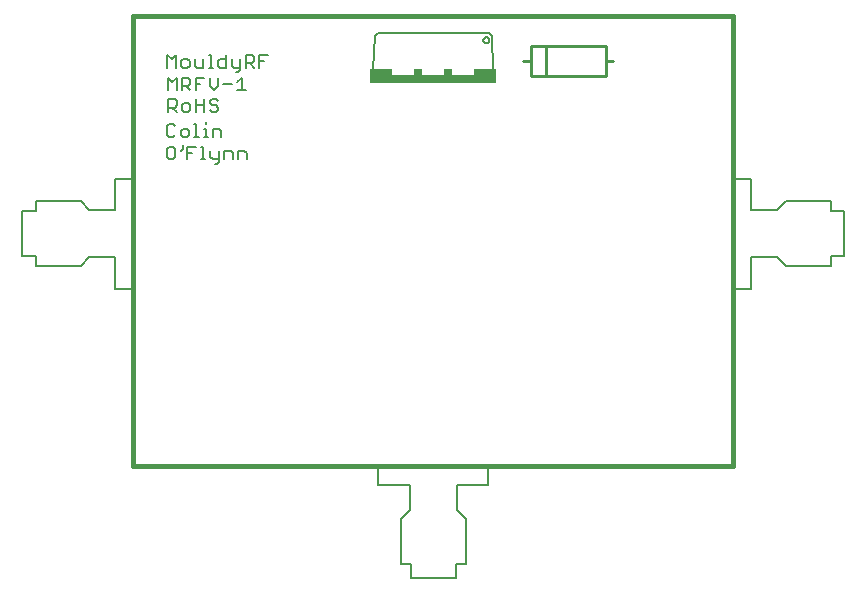
<source format=gto>
G75*
%MOIN*%
%OFA0B0*%
%FSLAX25Y25*%
%IPPOS*%
%LPD*%
%AMOC8*
5,1,8,0,0,1.08239X$1,22.5*
%
%ADD10C,0.01600*%
%ADD11C,0.00800*%
%ADD12C,0.00000*%
%ADD13C,0.01000*%
%ADD14C,0.00500*%
%ADD15R,0.42000X0.03000*%
%ADD16R,0.07500X0.02000*%
%ADD17R,0.03000X0.02000*%
D10*
X0167772Y0112602D02*
X0367772Y0112602D01*
X0367772Y0262602D01*
X0167772Y0262602D01*
X0167772Y0112602D01*
D11*
X0167378Y0171795D02*
X0161669Y0171795D01*
X0161669Y0182228D01*
X0153205Y0182228D01*
X0150252Y0179276D01*
X0135291Y0179276D01*
X0135291Y0182622D01*
X0130665Y0182622D01*
X0130665Y0197583D01*
X0135291Y0197583D01*
X0135291Y0200929D01*
X0150252Y0200929D01*
X0153205Y0197976D01*
X0161669Y0197976D01*
X0161669Y0208409D01*
X0167378Y0208409D01*
X0167378Y0205260D02*
X0167378Y0174945D01*
X0179672Y0214902D02*
X0181073Y0214902D01*
X0181774Y0215603D01*
X0181774Y0218405D01*
X0181073Y0219106D01*
X0179672Y0219106D01*
X0178972Y0218405D01*
X0178972Y0215603D01*
X0179672Y0214902D01*
X0183576Y0217705D02*
X0184276Y0218405D01*
X0184276Y0219807D01*
X0185878Y0219106D02*
X0188680Y0219106D01*
X0190481Y0219106D02*
X0191182Y0219106D01*
X0191182Y0214902D01*
X0190481Y0214902D02*
X0191883Y0214902D01*
X0193551Y0215603D02*
X0194251Y0214902D01*
X0196353Y0214902D01*
X0196353Y0214202D02*
X0195653Y0213501D01*
X0194952Y0213501D01*
X0196353Y0214202D02*
X0196353Y0217705D01*
X0198155Y0217705D02*
X0200256Y0217705D01*
X0200957Y0217004D01*
X0200957Y0214902D01*
X0202759Y0214902D02*
X0202759Y0217705D01*
X0204860Y0217705D01*
X0205561Y0217004D01*
X0205561Y0214902D01*
X0198155Y0214902D02*
X0198155Y0217705D01*
X0193551Y0217705D02*
X0193551Y0215603D01*
X0187279Y0217004D02*
X0185878Y0217004D01*
X0185878Y0214902D02*
X0185878Y0219106D01*
X0185677Y0222402D02*
X0186378Y0223103D01*
X0186378Y0224504D01*
X0185677Y0225205D01*
X0184276Y0225205D01*
X0183576Y0224504D01*
X0183576Y0223103D01*
X0184276Y0222402D01*
X0185677Y0222402D01*
X0188180Y0222402D02*
X0189581Y0222402D01*
X0188880Y0222402D02*
X0188880Y0226606D01*
X0188180Y0226606D01*
X0191249Y0225205D02*
X0191949Y0225205D01*
X0191949Y0222402D01*
X0191249Y0222402D02*
X0192650Y0222402D01*
X0194318Y0222402D02*
X0194318Y0225205D01*
X0196420Y0225205D01*
X0197120Y0224504D01*
X0197120Y0222402D01*
X0191949Y0226606D02*
X0191949Y0227307D01*
X0191482Y0230802D02*
X0191482Y0235006D01*
X0193283Y0234305D02*
X0193283Y0233605D01*
X0193984Y0232904D01*
X0195385Y0232904D01*
X0196086Y0232204D01*
X0196086Y0231503D01*
X0195385Y0230802D01*
X0193984Y0230802D01*
X0193283Y0231503D01*
X0191482Y0232904D02*
X0188680Y0232904D01*
X0186878Y0232904D02*
X0186177Y0233605D01*
X0184776Y0233605D01*
X0184076Y0232904D01*
X0184076Y0231503D01*
X0184776Y0230802D01*
X0186177Y0230802D01*
X0186878Y0231503D01*
X0186878Y0232904D01*
X0188680Y0230802D02*
X0188680Y0235006D01*
X0188680Y0238002D02*
X0188680Y0242206D01*
X0191482Y0242206D01*
X0193283Y0242206D02*
X0193283Y0239404D01*
X0194685Y0238002D01*
X0196086Y0239404D01*
X0196086Y0242206D01*
X0197887Y0240104D02*
X0200690Y0240104D01*
X0202491Y0240805D02*
X0203892Y0242206D01*
X0203892Y0238002D01*
X0202491Y0238002D02*
X0205294Y0238002D01*
X0202758Y0244101D02*
X0202058Y0244101D01*
X0202758Y0244101D02*
X0203459Y0244802D01*
X0203459Y0248305D01*
X0205261Y0249706D02*
X0207362Y0249706D01*
X0208063Y0249005D01*
X0208063Y0247604D01*
X0207362Y0246904D01*
X0205261Y0246904D01*
X0206662Y0246904D02*
X0208063Y0245502D01*
X0209864Y0245502D02*
X0209864Y0249706D01*
X0212667Y0249706D01*
X0211266Y0247604D02*
X0209864Y0247604D01*
X0205261Y0245502D02*
X0205261Y0249706D01*
X0203459Y0245502D02*
X0201357Y0245502D01*
X0200657Y0246203D01*
X0200657Y0248305D01*
X0198855Y0248305D02*
X0196753Y0248305D01*
X0196053Y0247604D01*
X0196053Y0246203D01*
X0196753Y0245502D01*
X0198855Y0245502D01*
X0198855Y0249706D01*
X0193684Y0249706D02*
X0193684Y0245502D01*
X0192983Y0245502D02*
X0194385Y0245502D01*
X0191182Y0245502D02*
X0191182Y0248305D01*
X0192983Y0249706D02*
X0193684Y0249706D01*
X0191182Y0245502D02*
X0189080Y0245502D01*
X0188380Y0246203D01*
X0188380Y0248305D01*
X0186578Y0247604D02*
X0185877Y0248305D01*
X0184476Y0248305D01*
X0183776Y0247604D01*
X0183776Y0246203D01*
X0184476Y0245502D01*
X0185877Y0245502D01*
X0186578Y0246203D01*
X0186578Y0247604D01*
X0181974Y0249706D02*
X0181974Y0245502D01*
X0179172Y0245502D02*
X0179172Y0249706D01*
X0180573Y0248305D01*
X0181974Y0249706D01*
X0182274Y0242206D02*
X0182274Y0238002D01*
X0184076Y0238002D02*
X0184076Y0242206D01*
X0186177Y0242206D01*
X0186878Y0241505D01*
X0186878Y0240104D01*
X0186177Y0239404D01*
X0184076Y0239404D01*
X0185477Y0239404D02*
X0186878Y0238002D01*
X0188680Y0240104D02*
X0190081Y0240104D01*
X0193984Y0235006D02*
X0193283Y0234305D01*
X0193984Y0235006D02*
X0195385Y0235006D01*
X0196086Y0234305D01*
X0182274Y0234305D02*
X0182274Y0232904D01*
X0181573Y0232204D01*
X0179472Y0232204D01*
X0180873Y0232204D02*
X0182274Y0230802D01*
X0179472Y0230802D02*
X0179472Y0235006D01*
X0181573Y0235006D01*
X0182274Y0234305D01*
X0179472Y0238002D02*
X0179472Y0242206D01*
X0180873Y0240805D01*
X0182274Y0242206D01*
X0181073Y0226606D02*
X0179672Y0226606D01*
X0178972Y0225905D01*
X0178972Y0223103D01*
X0179672Y0222402D01*
X0181073Y0222402D01*
X0181774Y0223103D01*
X0181774Y0225905D02*
X0181073Y0226606D01*
X0249465Y0112209D02*
X0249465Y0106500D01*
X0259898Y0106500D01*
X0259898Y0098035D01*
X0256945Y0095083D01*
X0256945Y0080122D01*
X0260291Y0080122D01*
X0260291Y0075496D01*
X0275252Y0075496D01*
X0275252Y0080122D01*
X0278598Y0080122D01*
X0278598Y0095083D01*
X0275646Y0098035D01*
X0275646Y0106500D01*
X0286079Y0106500D01*
X0286079Y0112209D01*
X0282929Y0112209D02*
X0252614Y0112209D01*
X0368165Y0171795D02*
X0373874Y0171795D01*
X0373874Y0182228D01*
X0382339Y0182228D01*
X0385291Y0179276D01*
X0400252Y0179276D01*
X0400252Y0182622D01*
X0404878Y0182622D01*
X0404878Y0197583D01*
X0400252Y0197583D01*
X0400252Y0200929D01*
X0385291Y0200929D01*
X0382339Y0197976D01*
X0373874Y0197976D01*
X0373874Y0208409D01*
X0368165Y0208409D01*
X0368165Y0205260D02*
X0368165Y0174945D01*
D12*
X0367772Y0168102D02*
X0367772Y0212102D01*
X0289772Y0112602D02*
X0245772Y0112602D01*
X0167772Y0168102D02*
X0167772Y0212102D01*
D13*
X0297772Y0247602D02*
X0300272Y0247602D01*
X0300272Y0242602D01*
X0305272Y0242602D01*
X0305272Y0252602D01*
X0300272Y0252602D01*
X0300272Y0247602D01*
X0305272Y0242602D02*
X0325272Y0242602D01*
X0325272Y0247602D01*
X0327772Y0247602D01*
X0325272Y0247602D02*
X0325272Y0252602D01*
X0305272Y0252602D01*
D14*
X0287272Y0256102D02*
X0287772Y0244602D01*
X0284472Y0254702D02*
X0284474Y0254765D01*
X0284480Y0254827D01*
X0284490Y0254889D01*
X0284503Y0254951D01*
X0284521Y0255011D01*
X0284542Y0255070D01*
X0284567Y0255128D01*
X0284596Y0255184D01*
X0284628Y0255238D01*
X0284663Y0255290D01*
X0284701Y0255339D01*
X0284743Y0255387D01*
X0284787Y0255431D01*
X0284835Y0255473D01*
X0284884Y0255511D01*
X0284936Y0255546D01*
X0284990Y0255578D01*
X0285046Y0255607D01*
X0285104Y0255632D01*
X0285163Y0255653D01*
X0285223Y0255671D01*
X0285285Y0255684D01*
X0285347Y0255694D01*
X0285409Y0255700D01*
X0285472Y0255702D01*
X0285535Y0255700D01*
X0285597Y0255694D01*
X0285659Y0255684D01*
X0285721Y0255671D01*
X0285781Y0255653D01*
X0285840Y0255632D01*
X0285898Y0255607D01*
X0285954Y0255578D01*
X0286008Y0255546D01*
X0286060Y0255511D01*
X0286109Y0255473D01*
X0286157Y0255431D01*
X0286201Y0255387D01*
X0286243Y0255339D01*
X0286281Y0255290D01*
X0286316Y0255238D01*
X0286348Y0255184D01*
X0286377Y0255128D01*
X0286402Y0255070D01*
X0286423Y0255011D01*
X0286441Y0254951D01*
X0286454Y0254889D01*
X0286464Y0254827D01*
X0286470Y0254765D01*
X0286472Y0254702D01*
X0286470Y0254639D01*
X0286464Y0254577D01*
X0286454Y0254515D01*
X0286441Y0254453D01*
X0286423Y0254393D01*
X0286402Y0254334D01*
X0286377Y0254276D01*
X0286348Y0254220D01*
X0286316Y0254166D01*
X0286281Y0254114D01*
X0286243Y0254065D01*
X0286201Y0254017D01*
X0286157Y0253973D01*
X0286109Y0253931D01*
X0286060Y0253893D01*
X0286008Y0253858D01*
X0285954Y0253826D01*
X0285898Y0253797D01*
X0285840Y0253772D01*
X0285781Y0253751D01*
X0285721Y0253733D01*
X0285659Y0253720D01*
X0285597Y0253710D01*
X0285535Y0253704D01*
X0285472Y0253702D01*
X0285409Y0253704D01*
X0285347Y0253710D01*
X0285285Y0253720D01*
X0285223Y0253733D01*
X0285163Y0253751D01*
X0285104Y0253772D01*
X0285046Y0253797D01*
X0284990Y0253826D01*
X0284936Y0253858D01*
X0284884Y0253893D01*
X0284835Y0253931D01*
X0284787Y0253973D01*
X0284743Y0254017D01*
X0284701Y0254065D01*
X0284663Y0254114D01*
X0284628Y0254166D01*
X0284596Y0254220D01*
X0284567Y0254276D01*
X0284542Y0254334D01*
X0284521Y0254393D01*
X0284503Y0254453D01*
X0284490Y0254515D01*
X0284480Y0254577D01*
X0284474Y0254639D01*
X0284472Y0254702D01*
X0286272Y0257102D02*
X0287272Y0256102D01*
X0286272Y0257102D02*
X0249272Y0257102D01*
X0248272Y0256102D01*
X0247772Y0244602D01*
D15*
X0267772Y0241602D03*
D16*
X0250522Y0244102D03*
X0285022Y0244102D03*
D17*
X0272772Y0244102D03*
X0262772Y0244102D03*
M02*

</source>
